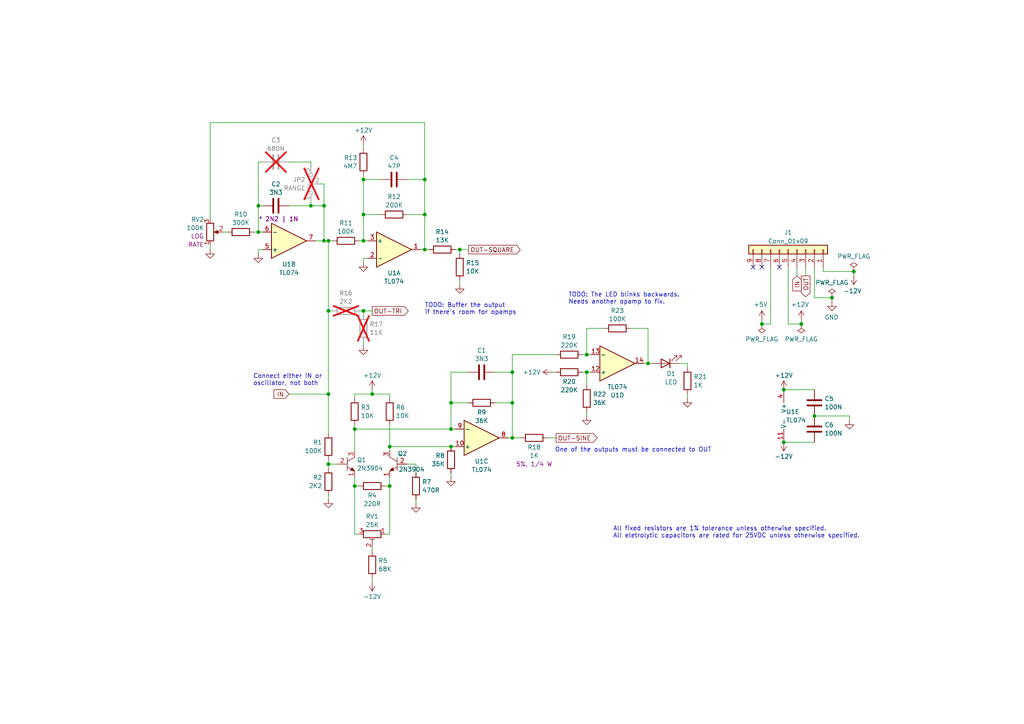
<source format=kicad_sch>
(kicad_sch (version 20231120) (generator "eeschema") (generator_version "8.0")
  (paper "A4")
  (title_block (title "Eurorack ProtoModule") (date "2021-10-06") (rev "1.0") (company "Len Popp") (comment 1 "https://lenp.net/synth/") (comment 2 "Copyright © 2024 Len Popp CC BY") (comment 3 "Circuit design for my custom Eurorack breadboard prototyping module"))
  (lib_symbols
    (symbol "-lmp-opamp:TL074" (pin_names (offset 0.127))
      (property "Reference" "U" (at 0 5.08 0))
      (property "Value" "TL074" (at 0 -5.08 0))
      (symbol "TL074_1_1"
        (pin output line (at 7.62 0 180) (length 2.54) (name "~") (number "1"))
        (pin input line (at -7.62 -2.54 0) (length 2.54) (name "-") (number "2"))
        (pin input line (at -7.62 2.54 0) (length 2.54) (name "+") (number "3"))
      )
      (symbol "TL074_2_1"
        (pin input line (at -7.62 2.54 0) (length 2.54) (name "+") (number "5"))
        (pin input line (at -7.62 -2.54 0) (length 2.54) (name "-") (number "6"))
        (pin output line (at 7.62 0 180) (length 2.54) (name "~") (number "7"))
      )
      (symbol "TL074_3_1"
        (pin input line (at -7.62 2.54 0) (length 2.54) (name "+") (number "10"))
        (pin output line (at 7.62 0 180) (length 2.54) (name "~") (number "8"))
        (pin input line (at -7.62 -2.54 0) (length 2.54) (name "-") (number "9"))
      )
      (symbol "TL074_4_1"
        (pin input line (at -7.62 2.54 0) (length 2.54) (name "+") (number "12"))
        (pin input line (at -7.62 -2.54 0) (length 2.54) (name "-") (number "13"))
        (pin output line (at 7.62 0 180) (length 2.54) (name "~") (number "14"))
      )
      (symbol "TL074_5_1"
        (pin power_in line (at -2.54 -7.62 90) (length 3.81) (name "V-") (number "11"))
        (pin power_in line (at -2.54 7.62 270) (length 3.81) (name "V+") (number "4"))
      )
    )
    (symbol "-lmp-power:+12V" (power) (pin_names (offset 0))
      (property "Value" "+12V" (at 0 3.556 0))
      (symbol "+12V_1_1"
        (pin power_in line (at 0 0 90) (length 0) hide (name "+12V") (number "1"))
      )
    )
    (symbol "-lmp-power:+5V" (power) (pin_names (offset 0))
      (property "Value" "+5V" (at 0 3.556 0))
      (symbol "+5V_1_1"
        (pin power_in line (at 0 0 90) (length 0) hide (name "+5V") (number "1"))
      )
    )
    (symbol "-lmp-power:-12V" (power) (pin_names (offset 0))
      (property "Value" "-12V" (at 0 -3.556 0))
      (symbol "-12V_1_1"
        (pin power_in line (at 0 0 270) (length 0) hide (name "-12V") (number "1"))
      )
    )
    (symbol "-lmp-power:GND" (power) (pin_names (offset 0))
      (property "Value" "GND" (at 0 -3.81 0))
      (symbol "GND_1_1"
        (pin power_in line (at 0 0 270) (length 0) hide (name "GND") (number "1"))
      )
    )
    (symbol "-lmp-power:PWR_FLAG" (power) (pin_numbers hide) (pin_names (offset 0) hide)
      (property "Value" "PWR_FLAG" (at 0 3.81 0))
      (symbol "PWR_FLAG_0_0"
        (pin power_out line (at 0 0 90) (length 0) (name "pwr") (number "1"))
      )
    )
    (symbol "-lmp-synth:LED_3mm_Blue" (pin_numbers hide) (pin_names (offset 1.016) hide)
      (property "Reference" "D" (at 0 2.54 0))
      (property "Value" "LED_3mm_Blue" (at 0 -3.175 0))
      (property "Label" "[label]" (at 0 -5.08 0))
      (symbol "LED_3mm_Blue_1_1"
        (pin passive line (at -3.81 0 0) (length 2.54) (name "K") (number "1"))
        (pin passive line (at 3.81 0 180) (length 2.54) (name "A") (number "2"))
      )
    )
    (symbol "-lmp-synth:R_1K_Output" (pin_numbers hide) (pin_names (offset 0))
      (property "Reference" "R" (at -2.286 0 90))
      (property "Value" "R_1K_Output" (at 2.413 0 90))
      (property "Value2" "5%, 1/4 W" (at 4.445 0 90))
      (symbol "R_1K_Output_1_1"
        (pin passive line (at 0 3.81 270) (length 1.27) (name "~") (number "1"))
        (pin passive line (at 0 -3.81 90) (length 1.27) (name "~") (number "2"))
      )
    )
    (symbol "-lmp-synth:R_POT_Panel_PCB_Alpha" (pin_names (offset 1.016) hide)
      (property "Reference" "RV" (at -9.144 0 90))
      (property "Value" "R_POT_Panel_PCB_Alpha" (at -7.239 0 90))
      (property "Value2" "[LIN/LOG]" (at -5.207 0 90))
      (property "Label" "[label]" (at -3.175 0 90))
      (symbol "R_POT_Panel_PCB_Alpha_1_1"
        (pin passive line (at 0 3.81 270) (length 1.27) (name "1") (number "1"))
        (pin passive line (at 3.81 0 180) (length 1.27) (name "2") (number "2"))
        (pin passive line (at 0 -3.81 90) (length 1.27) (name "3") (number "3"))
      )
    )
    (symbol "-lmp-synth:R_POT_TRIM_PCB_Horiz_Bourns" (pin_names (offset 1.016) hide)
      (property "Reference" "RV" (at -6.858 0 90))
      (property "Value" "R_POT_TRIM_PCB_Horiz_Bourns" (at -4.953 0 90))
      (property "Label" "[label]" (at -2.921 0 90))
      (symbol "R_POT_TRIM_PCB_Horiz_Bourns_1_1"
        (pin passive line (at 0 3.81 270) (length 1.27) (name "1") (number "1"))
        (pin passive line (at 3.81 0 180) (length 1.27) (name "2") (number "2"))
        (pin passive line (at 0 -3.81 90) (length 1.27) (name "3") (number "3"))
      )
    )
    (symbol "-lmp:CC" (pin_numbers hide) (pin_names (offset 0.254))
      (property "Reference" "C" (at 0.635 2.54 0))
      (property "Value" "CC" (at 0.635 -2.54 0))
      (symbol "CC_1_1"
        (pin passive line (at 0 3.81 270) (length 2.794) (name "~") (number "1"))
        (pin passive line (at 0 -3.81 90) (length 2.794) (name "~") (number "2"))
      )
    )
    (symbol "-lmp:CC_100N" (pin_numbers hide) (pin_names (offset 0.254))
      (property "Reference" "C" (at 0.635 2.54 0))
      (property "Value" "CC_100N" (at 0.635 -2.54 0))
      (symbol "CC_100N_1_1"
        (pin passive line (at 0 3.81 270) (length 2.794) (name "~") (number "1"))
        (pin passive line (at 0 -3.81 90) (length 2.794) (name "~") (number "2"))
      )
    )
    (symbol "-lmp:CF" (pin_numbers hide) (pin_names (offset 0.254))
      (property "Reference" "C" (at 0.635 2.54 0))
      (property "Value" "CF" (at 0.635 -2.54 0))
      (symbol "CF_1_1"
        (pin passive line (at 0 3.81 270) (length 2.794) (name "~") (number "1"))
        (pin passive line (at 0 -3.81 90) (length 2.794) (name "~") (number "2"))
      )
    )
    (symbol "-lmp:Jumper_Pins_3_Bridged12" (pin_names (offset 0) hide)
      (property "Reference" "JP" (at -2.54 -2.54 0))
      (property "Value" "Jumper_Pins_3_Bridged12" (at 0 2.794 0))
      (symbol "Jumper_Pins_3_Bridged12_1_1"
        (pin passive line (at -5.08 0 0) (length 2.032) (name "A") (number "1"))
        (pin input line (at 0 -2.54 90) (length 1.27) (name "C") (number "2"))
        (pin passive line (at 5.08 0 180) (length 2.032) (name "B") (number "3"))
      )
    )
    (symbol "-lmp:Q_NPN_2N3904" (pin_names (offset 0) hide)
      (property "Reference" "Q" (at 4.445 1.905 0))
      (property "Value" "Q_NPN_2N3904" (at 4.445 0 0))
      (symbol "Q_NPN_2N3904_1_1"
        (pin passive line (at 2.54 -3.81 90) (length 1.778) (name "E") (number "1"))
        (pin passive line (at -2.54 0 0) (length 2.921) (name "B") (number "2"))
        (pin passive line (at 2.54 3.81 270) (length 1.778) (name "C") (number "3"))
      )
    )
    (symbol "-lmp:R_1%_0W166" (pin_numbers hide) (pin_names (offset 0))
      (property "Reference" "R" (at -2.286 0 90))
      (property "Value" "R_1%_0W166" (at 2.413 0 90))
      (symbol "R_1%_0W166_1_1"
        (pin passive line (at 0 3.81 270) (length 1.27) (name "~") (number "1"))
        (pin passive line (at 0 -3.81 90) (length 1.27) (name "~") (number "2"))
      )
    )
    (symbol "Connector_Generic:Conn_01x09" (pin_names (offset 1.016) hide)
      (property "Reference" "J" (at 0 12.7 0))
      (property "Value" "Conn_01x09" (at 0 -12.7 0))
      (symbol "Conn_01x09_1_1"
        (pin passive line (at -5.08 10.16 0) (length 3.81) (name "Pin_1") (number "1"))
        (pin passive line (at -5.08 7.62 0) (length 3.81) (name "Pin_2") (number "2"))
        (pin passive line (at -5.08 5.08 0) (length 3.81) (name "Pin_3") (number "3"))
        (pin passive line (at -5.08 2.54 0) (length 3.81) (name "Pin_4") (number "4"))
        (pin passive line (at -5.08 0 0) (length 3.81) (name "Pin_5") (number "5"))
        (pin passive line (at -5.08 -2.54 0) (length 3.81) (name "Pin_6") (number "6"))
        (pin passive line (at -5.08 -5.08 0) (length 3.81) (name "Pin_7") (number "7"))
        (pin passive line (at -5.08 -7.62 0) (length 3.81) (name "Pin_8") (number "8"))
        (pin passive line (at -5.08 -10.16 0) (length 3.81) (name "Pin_9") (number "9"))
      )
    )
    (symbol "GND_1" (power) (pin_numbers hide) (pin_names (offset 0) hide)
      (symbol "GND_1_1_1"
        (pin power_in line (at 0 0 270) (length 0) hide (name "GND") (number "1"))
      )
    )
    (symbol "GND_2" (power) (pin_numbers hide) (pin_names (offset 0) hide)
      (symbol "GND_2_1_1"
        (pin power_in line (at 0 0 270) (length 0) hide (name "GND") (number "1"))
      )
    )
    (symbol "GND_3" (power) (pin_numbers hide) (pin_names (offset 0) hide)
      (symbol "GND_3_1_1"
        (pin power_in line (at 0 0 270) (length 0) hide (name "GND") (number "1"))
      )
    )
    (symbol "GND_4" (power) (pin_numbers hide) (pin_names (offset 0) hide)
      (symbol "GND_4_1_1"
        (pin power_in line (at 0 0 270) (length 0) hide (name "GND") (number "1"))
      )
    )
    (symbol "GND_5" (power) (pin_numbers hide) (pin_names (offset 0) hide)
      (symbol "GND_5_1_1"
        (pin power_in line (at 0 0 270) (length 0) hide (name "GND") (number "1"))
      )
    )
    (symbol "GND_6" (power) (pin_numbers hide) (pin_names (offset 0) hide)
      (symbol "GND_6_1_1"
        (pin power_in line (at 0 0 270) (length 0) hide (name "GND") (number "1"))
      )
    )
  )
  (junction (at 93.98 59.69))
  (junction (at 123.19 52.07))
  (junction (at 130.81 116.84))
  (junction (at 74.93 67.31))
  (junction (at 148.59 116.84))
  (junction (at 236.22 120.65))
  (junction (at 227.33 128.27))
  (junction (at 187.96 105.41))
  (junction (at 170.18 107.95))
  (junction (at 105.41 90.17))
  (junction (at 123.19 62.23))
  (junction (at 74.93 59.69))
  (junction (at 105.41 52.07))
  (junction (at 95.25 69.85))
  (junction (at 95.25 134.62))
  (junction (at 113.03 129.54))
  (junction (at 105.41 62.23))
  (junction (at 133.35 72.39))
  (junction (at 241.3 86.36))
  (junction (at 232.41 93.98))
  (junction (at 148.59 127))
  (junction (at 107.95 114.3))
  (junction (at 170.18 102.87))
  (junction (at 227.33 113.03))
  (junction (at 130.81 129.54))
  (junction (at 113.03 140.97))
  (junction (at 102.87 124.46))
  (junction (at 247.65 78.74))
  (junction (at 102.87 140.97))
  (junction (at 95.25 90.17))
  (junction (at 220.98 93.98))
  (junction (at 123.19 72.39))
  (junction (at 93.98 69.85))
  (junction (at 95.25 114.3))
  (junction (at 105.41 69.85))
  (junction (at 148.59 107.95))
  (junction (at 130.81 124.46))
  (junction (at 90.17 59.69))
  (no_connect (at 226.06 77.47))
  (no_connect (at 220.98 77.47))
  (no_connect (at 218.44 77.47))
  (wire (pts (xy 170.18 107.95) (xy 171.45 107.95)))
  (wire (pts (xy 130.81 129.54) (xy 132.08 129.54)))
  (wire (pts (xy 93.98 53.34) (xy 92.71 53.34)))
  (wire (pts (xy 107.95 114.3) (xy 107.95 113.03)))
  (wire (pts (xy 148.59 116.84) (xy 148.59 127)))
  (wire (pts (xy 90.17 46.99) (xy 83.82 46.99)))
  (wire (pts (xy 102.87 140.97) (xy 102.87 138.43)))
  (wire (pts (xy 133.35 73.66) (xy 133.35 72.39)))
  (wire (pts (xy 113.03 129.54) (xy 113.03 130.81)))
  (wire (pts (xy 111.76 140.97) (xy 113.03 140.97)))
  (wire (pts (xy 105.41 91.44) (xy 105.41 90.17)))
  (wire (pts (xy 220.98 93.98) (xy 223.52 93.98)))
  (wire (pts (xy 199.39 115.57) (xy 199.39 114.3)))
  (wire (pts (xy 105.41 62.23) (xy 105.41 69.85)))
  (wire (pts (xy 95.25 134.62) (xy 97.79 134.62)))
  (wire (pts (xy 238.76 78.74) (xy 247.65 78.74)))
  (wire (pts (xy 105.41 74.93) (xy 106.68 74.93)))
  (wire (pts (xy 102.87 123.19) (xy 102.87 124.46)))
  (wire (pts (xy 107.95 160.02) (xy 107.95 158.75)))
  (wire (pts (xy 247.65 78.74) (xy 247.65 80.01)))
  (wire (pts (xy 118.11 62.23) (xy 123.19 62.23)))
  (wire (pts (xy 143.51 107.95) (xy 148.59 107.95)))
  (wire (pts (xy 175.26 95.25) (xy 170.18 95.25)))
  (wire (pts (xy 170.18 102.87) (xy 168.91 102.87)))
  (wire (pts (xy 113.03 123.19) (xy 113.03 129.54)))
  (wire (pts (xy 161.29 102.87) (xy 148.59 102.87)))
  (wire (pts (xy 236.22 120.65) (xy 246.38 120.65)))
  (wire (pts (xy 113.03 115.57) (xy 113.03 114.3)))
  (wire (pts (xy 123.19 62.23) (xy 123.19 52.07)))
  (wire (pts (xy 147.32 127) (xy 148.59 127)))
  (wire (pts (xy 123.19 72.39) (xy 124.46 72.39)))
  (wire (pts (xy 227.33 113.03) (xy 236.22 113.03)))
  (wire (pts (xy 74.93 72.39) (xy 76.2 72.39)))
  (wire (pts (xy 74.93 59.69) (xy 74.93 67.31)))
  (wire (pts (xy 227.33 128.27) (xy 236.22 128.27)))
  (wire (pts (xy 60.96 71.12) (xy 60.96 72.39)))
  (wire (pts (xy 130.81 124.46) (xy 132.08 124.46)))
  (wire (pts (xy 102.87 115.57) (xy 102.87 114.3)))
  (wire (pts (xy 76.2 46.99) (xy 74.93 46.99)))
  (wire (pts (xy 102.87 114.3) (xy 107.95 114.3)))
  (wire (pts (xy 220.98 92.71) (xy 220.98 93.98)))
  (wire (pts (xy 120.65 134.62) (xy 118.11 134.62)))
  (wire (pts (xy 135.89 107.95) (xy 130.81 107.95)))
  (wire (pts (xy 120.65 146.05) (xy 120.65 144.78)))
  (wire (pts (xy 74.93 67.31) (xy 76.2 67.31)))
  (wire (pts (xy 246.38 120.65) (xy 246.38 121.92)))
  (wire (pts (xy 170.18 120.65) (xy 170.18 119.38)))
  (wire (pts (xy 102.87 140.97) (xy 102.87 154.94)))
  (wire (pts (xy 60.96 35.56) (xy 60.96 63.5)))
  (wire (pts (xy 199.39 105.41) (xy 196.85 105.41)))
  (wire (pts (xy 95.25 143.51) (xy 95.25 144.78)))
  (wire (pts (xy 223.52 93.98) (xy 223.52 77.47)))
  (wire (pts (xy 228.6 93.98) (xy 232.41 93.98)))
  (wire (pts (xy 93.98 59.69) (xy 93.98 69.85)))
  (wire (pts (xy 233.68 80.01) (xy 233.68 77.47)))
  (wire (pts (xy 123.19 52.07) (xy 123.19 35.56)))
  (wire (pts (xy 111.76 154.94) (xy 113.03 154.94)))
  (wire (pts (xy 95.25 133.35) (xy 95.25 134.62)))
  (wire (pts (xy 102.87 124.46) (xy 102.87 130.81)))
  (wire (pts (xy 90.17 58.42) (xy 90.17 59.69)))
  (wire (pts (xy 121.92 72.39) (xy 123.19 72.39)))
  (wire (pts (xy 160.02 107.95) (xy 161.29 107.95)))
  (wire (pts (xy 113.03 140.97) (xy 113.03 154.94)))
  (wire (pts (xy 105.41 69.85) (xy 106.68 69.85)))
  (wire (pts (xy 74.93 46.99) (xy 74.93 59.69)))
  (wire (pts (xy 95.25 114.3) (xy 95.25 125.73)))
  (wire (pts (xy 238.76 78.74) (xy 238.76 77.47)))
  (wire (pts (xy 105.41 90.17) (xy 104.14 90.17)))
  (wire (pts (xy 123.19 52.07) (xy 118.11 52.07)))
  (wire (pts (xy 105.41 90.17) (xy 107.95 90.17)))
  (wire (pts (xy 105.41 41.91) (xy 105.41 43.18)))
  (wire (pts (xy 105.41 52.07) (xy 105.41 62.23)))
  (wire (pts (xy 241.3 86.36) (xy 236.22 86.36)))
  (wire (pts (xy 148.59 127) (xy 151.13 127)))
  (wire (pts (xy 123.19 72.39) (xy 123.19 62.23)))
  (wire (pts (xy 120.65 137.16) (xy 120.65 134.62)))
  (wire (pts (xy 135.89 116.84) (xy 130.81 116.84)))
  (wire (pts (xy 90.17 59.69) (xy 93.98 59.69)))
  (wire (pts (xy 105.41 50.8) (xy 105.41 52.07)))
  (wire (pts (xy 105.41 100.33) (xy 105.41 99.06)))
  (wire (pts (xy 231.14 77.47) (xy 231.14 80.01)))
  (wire (pts (xy 170.18 107.95) (xy 170.18 111.76)))
  (wire (pts (xy 148.59 116.84) (xy 148.59 107.95)))
  (wire (pts (xy 171.45 102.87) (xy 170.18 102.87)))
  (wire (pts (xy 113.03 114.3) (xy 107.95 114.3)))
  (wire (pts (xy 148.59 116.84) (xy 143.51 116.84)))
  (wire (pts (xy 189.23 105.41) (xy 187.96 105.41)))
  (wire (pts (xy 64.77 67.31) (xy 66.04 67.31)))
  (wire (pts (xy 60.96 35.56) (xy 123.19 35.56)))
  (wire (pts (xy 113.03 140.97) (xy 113.03 138.43)))
  (wire (pts (xy 74.93 73.66) (xy 74.93 72.39)))
  (wire (pts (xy 102.87 140.97) (xy 104.14 140.97)))
  (wire (pts (xy 187.96 95.25) (xy 182.88 95.25)))
  (wire (pts (xy 113.03 129.54) (xy 130.81 129.54)))
  (wire (pts (xy 73.66 67.31) (xy 74.93 67.31)))
  (wire (pts (xy 90.17 59.69) (xy 83.82 59.69)))
  (wire (pts (xy 95.25 134.62) (xy 95.25 135.89)))
  (wire (pts (xy 232.41 92.71) (xy 232.41 93.98)))
  (wire (pts (xy 130.81 137.16) (xy 130.81 138.43)))
  (wire (pts (xy 187.96 105.41) (xy 187.96 95.25)))
  (wire (pts (xy 130.81 124.46) (xy 130.81 116.84)))
  (wire (pts (xy 91.44 69.85) (xy 93.98 69.85)))
  (wire (pts (xy 83.82 114.3) (xy 95.25 114.3)))
  (wire (pts (xy 93.98 69.85) (xy 95.25 69.85)))
  (wire (pts (xy 199.39 106.68) (xy 199.39 105.41)))
  (wire (pts (xy 110.49 52.07) (xy 105.41 52.07)))
  (wire (pts (xy 148.59 102.87) (xy 148.59 107.95)))
  (wire (pts (xy 186.69 105.41) (xy 187.96 105.41)))
  (wire (pts (xy 95.25 90.17) (xy 95.25 114.3)))
  (wire (pts (xy 168.91 107.95) (xy 170.18 107.95)))
  (wire (pts (xy 105.41 76.2) (xy 105.41 74.93)))
  (wire (pts (xy 104.14 69.85) (xy 105.41 69.85)))
  (wire (pts (xy 74.93 59.69) (xy 76.2 59.69)))
  (wire (pts (xy 158.75 127) (xy 161.29 127)))
  (wire (pts (xy 102.87 124.46) (xy 130.81 124.46)))
  (wire (pts (xy 105.41 62.23) (xy 110.49 62.23)))
  (wire (pts (xy 133.35 72.39) (xy 135.89 72.39)))
  (wire (pts (xy 95.25 69.85) (xy 95.25 90.17)))
  (wire (pts (xy 95.25 69.85) (xy 96.52 69.85)))
  (wire (pts (xy 130.81 107.95) (xy 130.81 116.84)))
  (wire (pts (xy 133.35 82.55) (xy 133.35 81.28)))
  (wire (pts (xy 241.3 87.63) (xy 241.3 86.36)))
  (wire (pts (xy 90.17 46.99) (xy 90.17 48.26)))
  (wire (pts (xy 228.6 77.47) (xy 228.6 93.98)))
  (wire (pts (xy 104.14 154.94) (xy 102.87 154.94)))
  (wire (pts (xy 170.18 95.25) (xy 170.18 102.87)))
  (wire (pts (xy 95.25 90.17) (xy 96.52 90.17)))
  (wire (pts (xy 107.95 168.91) (xy 107.95 167.64)))
  (wire (pts (xy 133.35 72.39) (xy 132.08 72.39)))
  (wire (pts (xy 236.22 77.47) (xy 236.22 86.36)))
  (wire (pts (xy 93.98 53.34) (xy 93.98 59.69)))
  (text "Connect either IN or\noscillator, not both" (at 73.406 110.236 0) (effects (font (size 1.27 1.27)) (justify left)))
  (text "One of the outputs must be connected to OUT" (at 183.642 130.556 0) (effects (font (size 1.27 1.27))))
  (text "TODO: The LED blinks backwards.\nNeeds another opamp to fix." (at 164.846 86.614 0) (effects (font (size 1.27 1.27)) (justify left)))
  (text "TODO: Buffer the output\nif there's room for opamps" (at 123.19 89.662 0) (effects (font (size 1.27 1.27)) (justify left)))
  (text "All fixed resistors are 1% tolerance unless otherwise specified.\nAll eletrolytic capacitors are rated for 25VDC unless otherwise specified." (at 177.8 156.21 0) (effects (font (size 1.27 1.27)) (justify left bottom)))
  (global_label "IN" (shape input) (at 231.14 80.01 270) (property "Intersheetrefs" "${INTERSHEET_REFS}" (effects (hide yes))))
  (global_label "OUT-TRI" (shape output) (at 107.95 90.17 0) (property "Intersheetrefs" "${INTERSHEET_REFS}" (effects (hide yes))))
  (global_label "OUT-SQUARE" (shape output) (at 135.89 72.39 0) (property "Intersheetrefs" "${INTERSHEET_REFS}" (effects (hide yes))))
  (global_label "IN" (shape input) (at 83.82 114.3 180) (property "Intersheetrefs" "${INTERSHEET_REFS}" (effects (hide yes))))
  (global_label "OUT-SINE" (shape output) (at 161.29 127 0) (property "Intersheetrefs" "${INTERSHEET_REFS}" (effects (hide yes))))
  (global_label "OUT" (shape output) (at 233.68 80.01 270) (property "Intersheetrefs" "${INTERSHEET_REFS}" (effects (hide yes))))
  (symbol (lib_id "-lmp-power:GND") (at 241.3 87.63 0) (mirror y) (unit 1)
    (property "Reference" "#PWR04" (effects (hide yes)))
    (property "Value" "GND" (at 241.173 92.0242 0))
  )
  (symbol (lib_id "-lmp-power:+12V") (at 232.41 92.71 0) (mirror y) (unit 1)
    (property "Reference" "#PWR03" (effects (hide yes)))
    (property "Value" "+12V" (at 232.029 88.3158 0))
  )
  (symbol (lib_id "-lmp-power:-12V") (at 247.65 80.01 0) (mirror y) (unit 1)
    (property "Reference" "#PWR05" (effects (hide yes)))
    (property "Value" "-12V" (at 247.269 84.4042 0))
  )
  (symbol (lib_id "-lmp-power:PWR_FLAG") (at 247.65 78.74 0) (mirror y) (unit 1)
    (property "Reference" "#FLG04" (effects (hide yes)))
    (property "Value" "PWR_FLAG" (at 247.65 74.3458 0))
  )
  (symbol (lib_id "-lmp-power:PWR_FLAG") (at 232.41 93.98 0) (mirror x) (unit 1)
    (property "Reference" "#FLG05" (effects (hide yes)))
    (property "Value" "PWR_FLAG" (at 232.41 98.3742 0))
  )
  (symbol (lib_id "Connector_Generic:Conn_01x09") (at 228.6 72.39 270) (mirror x) (unit 1) (in_bom no)
    (property "Reference" "J1" (at 228.6 67.4202 90))
    (property "Value" "Conn_01x09" (at 228.6 69.9571 90))
    (property "Footprint" "Connector_PinHeader_2.54mm:PinHeader_1x09_P2.54mm_Vertical" (effects (hide yes)))
  )
  (symbol (lib_id "-lmp-power:+5V") (at 220.98 92.71 0) (mirror y) (unit 1)
    (property "Reference" "#PWR01" (effects (hide yes)))
    (property "Value" "+5V" (at 220.599 88.3158 0))
  )
  (symbol (lib_id "-lmp-power:PWR_FLAG") (at 220.98 93.98 0) (mirror x) (unit 1)
    (property "Reference" "#FLG02" (effects (hide yes)))
    (property "Value" "PWR_FLAG" (at 220.98 98.3742 0))
  )
  (symbol (lib_id "-lmp-power:PWR_FLAG") (at 241.3 86.36 0) (mirror y) (unit 1)
    (property "Reference" "#FLG01" (effects (hide yes)))
    (property "Value" "PWR_FLAG" (at 241.3 81.9658 0))
  )
  (symbol (lib_id "-lmp:R_1%_0W166") (at 100.33 90.17 90) (unit 1) (on_board no) (dnp yes)
    (property "Reference" "R16" (at 100.33 85.0095 90))
    (property "Value" "2K2" (at 100.33 87.4338 90))
    (property "Footprint" "-lmp-misc:R_Axial_DIN0207_L6.3mm_D2.5mm_P7.62mm_Horizontal" (effects (hide yes)))
    (property "Datasheet" "https://www.mouser.ca/datasheet/2/447/YAGEO_MFR_datasheet_2023v3-3324391.pdf" (effects (hide yes)))
    (property "Description" "Resistor" (effects (hide yes)))
    (property "Manufacturer" "YAGEO" (effects (hide yes)))
    (property "ManufacturerPartNum" "MFR-12*" (effects (hide yes)))
    (property "Distributor" "Mouser" (effects (hide yes)))
    (property "DistributorPartNum" "603-MFR-12*" (effects (hide yes)))
    (property "DistributorPartLink" "https://www.mouser.ca/c/?m=YAGEO&power+rating=166+mW+(1%2f6+W)&tolerance=1+%25&instock=y" (effects (hide yes)))
    (property "Value2" "1%, 1/6 W" (effects (hide yes)))
  )
  (symbol (lib_id "-lmp:R_1%_0W166") (at 120.65 140.97 0) (unit 1)
    (property "Reference" "R7" (at 122.428 139.7579 0) (effects (justify left)))
    (property "Value" "470R" (at 122.428 142.1821 0) (effects (justify left)))
    (property "Footprint" "-lmp-stripboard:SB_Gen_1" (effects (hide yes)))
    (property "Datasheet" "https://www.mouser.ca/datasheet/2/447/YAGEO_MFR_datasheet_2023v3-3324391.pdf" (effects (hide yes)))
    (property "Manufacturer" "YAGEO" (effects (hide yes)))
    (property "ManufacturerPartNum" "MFR-12*" (effects (hide yes)))
    (property "Distributor" "Mouser" (effects (hide yes)))
    (property "DistributorPartNum" "603-MFR-12*" (effects (hide yes)))
    (property "DistributorPartLink" "https://www.mouser.ca/c/?m=YAGEO&power+rating=166+mW+(1%2f6+W)&tolerance=1+%25&instock=y" (effects (hide yes)))
    (property "Value2" "1%, 1/6 W" (effects (hide yes)))
  )
  (symbol (lib_name "GND_3") (lib_id "-lmp-power:GND") (at 60.96 72.39 0) (unit 1)
    (property "Reference" "#PWR013" (effects (hide yes)))
    (property "Value" "GND" (effects (hide yes)))
    (property "Description" "Power symbol creates a global label with name \"GND\" , ground" (effects (hide yes)))
  )
  (symbol (lib_id "-lmp:Q_NPN_2N3904") (at 100.33 134.62 0) (unit 1)
    (property "Reference" "Q1" (at 103.505 133.4079 0) (effects (justify left)))
    (property "Value" "2N3904" (at 103.505 135.8321 0) (effects (justify left)))
    (property "Footprint" "-lmp-misc:TO-92_Inline_Wide" (effects (hide yes)))
    (property "Datasheet" "https://www.onsemi.com/pub/Collateral/2N3903-D.PDF" (effects (hide yes)))
    (property "Manufacturer" "Central Semiconductor" (effects (hide yes)))
    (property "ManufacturerPartNum" "2N3904 PBFREE" (effects (hide yes)))
    (property "Distributor" "Mouser" (effects (hide yes)))
    (property "DistributorPartNum" "610-2N3904" (effects (hide yes)))
    (property "DistributorPartLink" "https://www.mouser.ca/ProductDetail/Central-Semiconductor/2N3904-PBFREE?qs=u16ybLDytRZopNVvg2vJjA%3D%3D" (effects (hide yes)))
  )
  (symbol (lib_id "-lmp-opamp:TL074") (at 139.7 127 0) (mirror x) (unit 3)
    (property "Reference" "U1" (at 139.7 133.8001 0))
    (property "Value" "TL074" (at 139.7 136.2244 0))
    (property "Footprint" "Package_DIP:DIP-14_W7.62mm" (effects (hide yes)))
    (property "Datasheet" "http://www.ti.com/lit/ds/symlink/tl071.pdf" (effects (hide yes)))
    (property "Description" "Quad Low-Noise JFET-Input Operational Amplifiers, DIP-14/SOIC-14" (effects (hide yes)))
    (property "Manufacturer" "Texas Instruments" (effects (hide yes)))
    (property "ManufacturerPartNum" "TL074BCN" (effects (hide yes)))
    (property "Distributor" "Mouser" (effects (hide yes)))
    (property "DistributorPartNum" "595-TL074BCN" (effects (hide yes)))
    (property "DistributorPartLink" "https://www.mouser.ca/ProductDetail/?qs=vxEfx8VrU7BHurOY5iQdiA%3D%3D" (effects (hide yes)))
  )
  (symbol (lib_id "-lmp:CF") (at 80.01 46.99 90) (unit 1) (on_board no) (dnp yes)
    (property "Reference" "C3" (at 80.01 40.6865 90))
    (property "Value" "680N" (at 80.01 43.1108 90))
    (property "Footprint" "-lmp-misc:C_Rect_Kemet_L7.2mm_W2.5mm_P5mm" (effects (hide yes)))
    (property "Description" "Capacitor - Film" (effects (hide yes)))
  )
  (symbol (lib_name "GND_1") (lib_id "-lmp-power:GND") (at 95.25 144.78 0) (unit 1)
    (property "Reference" "#PWR02" (effects (hide yes)))
    (property "Value" "GND" (effects (hide yes)))
  )
  (symbol (lib_id "-lmp-synth:LED_3mm_Blue") (at 193.04 105.41 180) (unit 1)
    (property "Reference" "D1" (at 194.6275 108.4001 0))
    (property "Value" "LED" (at 194.6275 110.8244 0))
    (property "Footprint" "LED_THT:LED_D3.0mm_Clear" (effects (hide yes)))
    (property "Datasheet" "https://www.mouser.ca/datasheet/2/239/Lite-On_LTL17KTBS3KS-032A-ver.02-1175323.pdf" (effects (hide yes)))
    (property "Description" "Blue Light Emitting Diode" (effects (hide yes)))
    (property "Manufacturer" "Kingbright" (effects (hide yes)))
    (property "ManufacturerPartNum" "WP710A10QBD/D" (effects (hide yes)))
    (property "Distributor" "Mouser" (effects (hide yes)))
    (property "DistributorPartNum" "604-WP710A10QBD/D" (effects (hide yes)))
    (property "DistributorPartLink" "https://www.mouser.ca/ProductDetail/Kingbright/WP710A10QBD-D?qs=%2Fha2pyFaduhxM0Yc4LNdCV5tSkUIQ4jFdDFR7390XhPTkxv9WTdJ0Q%3D%3D" (effects (hide yes)))
  )
  (symbol (lib_id "-lmp:R_1%_0W166") (at 107.95 140.97 90) (unit 1)
    (property "Reference" "R4" (at 107.95 143.7061 90))
    (property "Value" "220R" (at 107.95 146.1303 90))
    (property "Footprint" "-lmp-misc:R_Axial_DIN0207_L6.3mm_D2.5mm_P7.62mm_Horizontal" (effects (hide yes)))
    (property "Datasheet" "https://www.mouser.ca/datasheet/2/447/YAGEO_MFR_datasheet_2023v3-3324391.pdf" (effects (hide yes)))
    (property "Manufacturer" "YAGEO" (effects (hide yes)))
    (property "ManufacturerPartNum" "MFR-12*" (effects (hide yes)))
    (property "Distributor" "Mouser" (effects (hide yes)))
    (property "DistributorPartNum" "603-MFR-12*" (effects (hide yes)))
    (property "DistributorPartLink" "https://www.mouser.ca/c/?m=YAGEO&power+rating=166+mW+(1%2f6+W)&tolerance=1+%25&instock=y" (effects (hide yes)))
    (property "Value2" "1%, 1/6 W" (effects (hide yes)))
  )
  (symbol (lib_id "-lmp:R_1%_0W166") (at 105.41 95.25 0) (unit 1) (on_board no) (dnp yes)
    (property "Reference" "R17" (at 107.188 94.0378 0) (effects (justify left)))
    (property "Value" "11K" (at 107.188 96.4621 0) (effects (justify left)))
    (property "Footprint" "-lmp-misc:R_Axial_DIN0207_L6.3mm_D2.5mm_P7.62mm_Horizontal" (effects (hide yes)))
    (property "Datasheet" "https://www.mouser.ca/datasheet/2/447/YAGEO_MFR_datasheet_2023v3-3324391.pdf" (effects (hide yes)))
    (property "Description" "Resistor" (effects (hide yes)))
    (property "Manufacturer" "YAGEO" (effects (hide yes)))
    (property "ManufacturerPartNum" "MFR-12*" (effects (hide yes)))
    (property "Distributor" "Mouser" (effects (hide yes)))
    (property "DistributorPartNum" "603-MFR-12*" (effects (hide yes)))
    (property "DistributorPartLink" "https://www.mouser.ca/c/?m=YAGEO&power+rating=166+mW+(1%2f6+W)&tolerance=1+%25&instock=y" (effects (hide yes)))
    (property "Value2" "1%, 1/6 W" (effects (hide yes)))
  )
  (symbol (lib_id "-lmp-opamp:TL074") (at 179.07 105.41 0) (mirror x) (unit 4)
    (property "Reference" "U1" (at 179.07 114.6345 0))
    (property "Value" "TL074" (at 179.07 112.2102 0))
    (property "Footprint" "Package_DIP:DIP-14_W7.62mm" (effects (hide yes)))
    (property "Datasheet" "http://www.ti.com/lit/ds/symlink/tl071.pdf" (effects (hide yes)))
    (property "Description" "Quad Low-Noise JFET-Input Operational Amplifiers, DIP-14/SOIC-14" (effects (hide yes)))
    (property "Manufacturer" "Texas Instruments" (effects (hide yes)))
    (property "ManufacturerPartNum" "TL074BCN" (effects (hide yes)))
    (property "Distributor" "Mouser" (effects (hide yes)))
    (property "DistributorPartNum" "595-TL074BCN" (effects (hide yes)))
    (property "DistributorPartLink" "https://www.mouser.ca/ProductDetail/?qs=vxEfx8VrU7BHurOY5iQdiA%3D%3D" (effects (hide yes)))
  )
  (symbol (lib_id "-lmp:R_1%_0W166") (at 114.3 62.23 90) (unit 1)
    (property "Reference" "R12" (at 114.3 57.0695 90))
    (property "Value" "200K" (at 114.3 59.4938 90))
    (property "Footprint" "-lmp-misc:R_Axial_DIN0207_L6.3mm_D2.5mm_P7.62mm_Horizontal" (effects (hide yes)))
    (property "Datasheet" "https://www.mouser.ca/datasheet/2/447/YAGEO_MFR_datasheet_2023v3-3324391.pdf" (effects (hide yes)))
    (property "Description" "Resistor" (effects (hide yes)))
    (property "Manufacturer" "YAGEO" (effects (hide yes)))
    (property "ManufacturerPartNum" "MFR-12*" (effects (hide yes)))
    (property "Distributor" "Mouser" (effects (hide yes)))
    (property "DistributorPartNum" "603-MFR-12*" (effects (hide yes)))
    (property "DistributorPartLink" "https://www.mouser.ca/c/?m=YAGEO&power+rating=166+mW+(1%2f6+W)&tolerance=1+%25&instock=y" (effects (hide yes)))
    (property "Value2" "1%, 1/6 W" (effects (hide yes)))
  )
  (symbol (lib_id "-lmp:R_1%_0W166") (at 100.33 69.85 90) (unit 1)
    (property "Reference" "R11" (at 100.33 64.6895 90))
    (property "Value" "100K" (at 100.33 67.1138 90))
    (property "Footprint" "-lmp-stripboard:SB_Gen_4" (effects (hide yes)))
    (property "Datasheet" "https://www.mouser.ca/datasheet/2/447/YAGEO_MFR_datasheet_2023v3-3324391.pdf" (effects (hide yes)))
    (property "Description" "Resistor" (effects (hide yes)))
    (property "Manufacturer" "YAGEO" (effects (hide yes)))
    (property "ManufacturerPartNum" "MFR-12*" (effects (hide yes)))
    (property "Distributor" "Mouser" (effects (hide yes)))
    (property "DistributorPartNum" "603-MFR-12*" (effects (hide yes)))
    (property "DistributorPartLink" "https://www.mouser.ca/c/?m=YAGEO&power+rating=166+mW+(1%2f6+W)&tolerance=1+%25&instock=y" (effects (hide yes)))
    (property "Value2" "1%, 1/6 W" (effects (hide yes)))
  )
  (symbol (lib_id "-lmp:R_1%_0W166") (at 165.1 102.87 270) (unit 1)
    (property "Reference" "R19" (at 165.1 97.7095 90))
    (property "Value" "220K" (at 165.1 100.1338 90))
    (property "Footprint" "-lmp-stripboard:SB_Gen_5" (effects (hide yes)))
    (property "Datasheet" "https://www.mouser.ca/datasheet/2/447/YAGEO_MFR_datasheet_2023v3-3324391.pdf" (effects (hide yes)))
    (property "Manufacturer" "YAGEO" (effects (hide yes)))
    (property "ManufacturerPartNum" "MFR-12*" (effects (hide yes)))
    (property "Distributor" "Mouser" (effects (hide yes)))
    (property "DistributorPartNum" "603-MFR-12*" (effects (hide yes)))
    (property "DistributorPartLink" "https://www.mouser.ca/c/?m=YAGEO&power+rating=166+mW+(1%2f6+W)&tolerance=1+%25&instock=y" (effects (hide yes)))
    (property "Value2" "1%, 1/6 W" (effects (hide yes)))
  )
  (symbol (lib_name "GND_3") (lib_id "-lmp-power:GND") (at 105.41 76.2 0) (unit 1)
    (property "Reference" "#PWR014" (effects (hide yes)))
    (property "Value" "GND" (effects (hide yes)))
    (property "Description" "Power symbol creates a global label with name \"GND\" , ground" (effects (hide yes)))
  )
  (symbol (lib_name "GND_6") (lib_id "-lmp-power:GND") (at 246.38 121.92 0) (unit 1)
    (property "Reference" "#PWR020" (effects (hide yes)))
    (property "Value" "GND" (effects (hide yes)))
    (property "Description" "Power symbol creates a global label with name \"GND\" , ground" (effects (hide yes)))
  )
  (symbol (lib_id "-lmp:CF") (at 139.7 107.95 90) (unit 1)
    (property "Reference" "C1" (at 139.7 101.6465 90))
    (property "Value" "3N3" (at 139.7 104.0708 90))
    (property "Footprint" "-lmp-misc:C_Rect_Kemet_L7.2mm_W2.5mm_P5mm" (effects (hide yes)))
  )
  (symbol (lib_id "-lmp:R_1%_0W166") (at 133.35 77.47 0) (unit 1)
    (property "Reference" "R15" (at 135.128 76.2578 0) (effects (justify left)))
    (property "Value" "10K" (at 135.128 78.6821 0) (effects (justify left)))
    (property "Footprint" "-lmp-misc:R_Axial_DIN0207_L6.3mm_D2.5mm_P7.62mm_Horizontal" (effects (hide yes)))
    (property "Datasheet" "https://www.mouser.ca/datasheet/2/447/YAGEO_MFR_datasheet_2023v3-3324391.pdf" (effects (hide yes)))
    (property "Description" "Resistor" (effects (hide yes)))
    (property "Manufacturer" "YAGEO" (effects (hide yes)))
    (property "ManufacturerPartNum" "MFR-12*" (effects (hide yes)))
    (property "Distributor" "Mouser" (effects (hide yes)))
    (property "DistributorPartNum" "603-MFR-12*" (effects (hide yes)))
    (property "DistributorPartLink" "https://www.mouser.ca/c/?m=YAGEO&power+rating=166+mW+(1%2f6+W)&tolerance=1+%25&instock=y" (effects (hide yes)))
    (property "Value2" "1%, 1/6 W" (effects (hide yes)))
  )
  (symbol (lib_id "-lmp:CF") (at 80.01 59.69 90) (unit 1)
    (property "Reference" "C2" (at 80.01 53.3865 90))
    (property "Value" "3N3" (at 80.01 55.8108 90))
    (property "Footprint" "-lmp-misc:C_Rect_Kemet_L7.2mm_W2.5mm_P5mm" (effects (hide yes)))
    (property "Description" "Capacitor - Film" (effects (hide yes)))
    (property "Note" "* 2N2 | 1N" (at 80.772 63.5 90))
  )
  (symbol (lib_id "-lmp:R_1%_0W166") (at 102.87 119.38 0) (unit 1)
    (property "Reference" "R3" (at 104.648 118.1679 0) (effects (justify left)))
    (property "Value" "10K" (at 104.648 120.5921 0) (effects (justify left)))
    (property "Footprint" "-lmp-stripboard:SB_Gen_2" (effects (hide yes)))
    (property "Datasheet" "https://www.mouser.ca/datasheet/2/447/YAGEO_MFR_datasheet_2023v3-3324391.pdf" (effects (hide yes)))
    (property "Manufacturer" "YAGEO" (effects (hide yes)))
    (property "ManufacturerPartNum" "MFR-12*" (effects (hide yes)))
    (property "Distributor" "Mouser" (effects (hide yes)))
    (property "DistributorPartNum" "603-MFR-12*" (effects (hide yes)))
    (property "DistributorPartLink" "https://www.mouser.ca/c/?m=YAGEO&power+rating=166+mW+(1%2f6+W)&tolerance=1+%25&instock=y" (effects (hide yes)))
    (property "Value2" "1%, 1/6 W" (effects (hide yes)))
  )
  (symbol (lib_id "-lmp:R_1%_0W166") (at 170.18 115.57 180) (unit 1)
    (property "Reference" "R22" (at 171.958 114.3578 0) (effects (justify right)))
    (property "Value" "36K" (at 171.958 116.7821 0) (effects (justify right)))
    (property "Footprint" "-lmp-stripboard:SB_Gen_1" (effects (hide yes)))
    (property "Datasheet" "https://www.mouser.ca/datasheet/2/447/YAGEO_MFR_datasheet_2023v3-3324391.pdf" (effects (hide yes)))
    (property "Description" "Resistor" (effects (hide yes)))
    (property "Manufacturer" "YAGEO" (effects (hide yes)))
    (property "ManufacturerPartNum" "MFR-12*" (effects (hide yes)))
    (property "Distributor" "Mouser" (effects (hide yes)))
    (property "DistributorPartNum" "603-MFR-12*" (effects (hide yes)))
    (property "DistributorPartLink" "https://www.mouser.ca/c/?m=YAGEO&power+rating=166+mW+(1%2f6+W)&tolerance=1+%25&instock=y" (effects (hide yes)))
    (property "Value2" "1%, 1/6 W" (effects (hide yes)))
  )
  (symbol (lib_id "-lmp-opamp:TL074") (at 229.87 120.65 0) (unit 5)
    (property "Reference" "U1" (at 227.965 119.4378 0) (effects (justify left)))
    (property "Value" "TL074" (at 227.965 121.8621 0) (effects (justify left)))
    (property "Footprint" "Package_DIP:DIP-14_W7.62mm" (effects (hide yes)))
    (property "Datasheet" "http://www.ti.com/lit/ds/symlink/tl071.pdf" (effects (hide yes)))
    (property "Description" "Quad Low-Noise JFET-Input Operational Amplifiers, DIP-14/SOIC-14" (effects (hide yes)))
    (property "Manufacturer" "Texas Instruments" (effects (hide yes)))
    (property "ManufacturerPartNum" "TL074BCN" (effects (hide yes)))
    (property "Distributor" "Mouser" (effects (hide yes)))
    (property "DistributorPartNum" "595-TL074BCN" (effects (hide yes)))
    (property "DistributorPartLink" "https://www.mouser.ca/ProductDetail/?qs=vxEfx8VrU7BHurOY5iQdiA%3D%3D" (effects (hide yes)))
  )
  (symbol (lib_id "-lmp:CC_100N") (at 236.22 124.46 0) (unit 1)
    (property "Reference" "C6" (at 239.141 123.2478 0) (effects (justify left)))
    (property "Value" "100N" (at 239.141 125.6721 0) (effects (justify left)))
    (property "Footprint" "-lmp-misc:C_Disc_D5.0mm_W2.5mm_P2.50mm" (effects (hide yes)))
    (property "Datasheet" "https://product.tdk.com/system/files/dam/doc/product/capacitor/ceramic/lead-mlcc/catalog/leadmlcc_halogenfree_fg_en.pdf" (effects (hide yes)))
    (property "Description" "Capacitor - Ceramic - IC decoupling" (effects (hide yes)))
    (property "Note" "IC decoupling" (effects (hide yes)))
    (property "Manufacturer" "TDK" (effects (hide yes)))
    (property "ManufacturerPartNum" "FG18X7R1H104KNT06" (effects (hide yes)))
    (property "Distributor" "Mouser" (effects (hide yes)))
    (property "DistributorPartNum" "810-FG18X7R1H104KNT6" (effects (hide yes)))
    (property "DistributorPartLink" "https://www.mouser.ca/ProductDetail/810-FG18X7R1H104KNT6" (effects (hide yes)))
  )
  (symbol (lib_id "-lmp:R_1%_0W166") (at 165.1 107.95 270) (unit 1)
    (property "Reference" "R20" (at 165.1 110.6861 90))
    (property "Value" "220K" (at 165.1 113.1104 90))
    (property "Footprint" "-lmp-stripboard:SB_Gen_4" (effects (hide yes)))
    (property "Datasheet" "https://www.mouser.ca/datasheet/2/447/YAGEO_MFR_datasheet_2023v3-3324391.pdf" (effects (hide yes)))
    (property "Description" "Resistor" (effects (hide yes)))
    (property "Manufacturer" "YAGEO" (effects (hide yes)))
    (property "ManufacturerPartNum" "MFR-12*" (effects (hide yes)))
    (property "Distributor" "Mouser" (effects (hide yes)))
    (property "DistributorPartNum" "603-MFR-12*" (effects (hide yes)))
    (property "DistributorPartLink" "https://www.mouser.ca/c/?m=YAGEO&power+rating=166+mW+(1%2f6+W)&tolerance=1+%25&instock=y" (effects (hide yes)))
    (property "Value2" "1%, 1/6 W" (effects (hide yes)))
  )
  (symbol (lib_id "-lmp:R_1%_0W166") (at 179.07 95.25 270) (unit 1)
    (property "Reference" "R23" (at 179.07 90.0895 90))
    (property "Value" "100K" (at 179.07 92.5138 90))
    (property "Footprint" "-lmp-stripboard:SB_Gen_1" (effects (hide yes)))
    (property "Datasheet" "https://www.mouser.ca/datasheet/2/447/YAGEO_MFR_datasheet_2023v3-3324391.pdf" (effects (hide yes)))
    (property "Manufacturer" "YAGEO" (effects (hide yes)))
    (property "ManufacturerPartNum" "MFR-12*" (effects (hide yes)))
    (property "Distributor" "Mouser" (effects (hide yes)))
    (property "DistributorPartNum" "603-MFR-12*" (effects (hide yes)))
    (property "DistributorPartLink" "https://www.mouser.ca/c/?m=YAGEO&power+rating=166+mW+(1%2f6+W)&tolerance=1+%25&instock=y" (effects (hide yes)))
    (property "Value2" "1%, 1/6 W" (effects (hide yes)))
  )
  (symbol (lib_id "-lmp:R_1%_0W166") (at 95.25 139.7 0) (unit 1)
    (property "Reference" "R2" (at 93.472 138.4878 0) (effects (justify right)))
    (property "Value" "2K2" (at 93.472 140.9121 0) (effects (justify right)))
    (property "Footprint" "-lmp-stripboard:SB_Gen_1" (effects (hide yes)))
    (property "Datasheet" "https://www.mouser.ca/datasheet/2/447/YAGEO_MFR_datasheet_2023v3-3324391.pdf" (effects (hide yes)))
    (property "Manufacturer" "YAGEO" (effects (hide yes)))
    (property "ManufacturerPartNum" "MFR-12*" (effects (hide yes)))
    (property "Distributor" "Mouser" (effects (hide yes)))
    (property "DistributorPartNum" "603-MFR-12*" (effects (hide yes)))
    (property "DistributorPartLink" "https://www.mouser.ca/c/?m=YAGEO&power+rating=166+mW+(1%2f6+W)&tolerance=1+%25&instock=y" (effects (hide yes)))
    (property "Value2" "1%, 1/6 W" (effects (hide yes)))
  )
  (symbol (lib_id "-lmp:R_1%_0W166") (at 107.95 163.83 0) (unit 1)
    (property "Reference" "R5" (at 109.728 162.6179 0) (effects (justify left)))
    (property "Value" "68K" (at 109.728 165.0421 0) (effects (justify left)))
    (property "Footprint" "-lmp-stripboard:SB_Gen_9" (effects (hide yes)))
    (property "Datasheet" "https://www.mouser.ca/datasheet/2/447/YAGEO_MFR_datasheet_2023v3-3324391.pdf" (effects (hide yes)))
    (property "Manufacturer" "YAGEO" (effects (hide yes)))
    (property "ManufacturerPartNum" "MFR-12*" (effects (hide yes)))
    (property "Distributor" "Mouser" (effects (hide yes)))
    (property "DistributorPartNum" "603-MFR-12*" (effects (hide yes)))
    (property "DistributorPartLink" "https://www.mouser.ca/c/?m=YAGEO&power+rating=166+mW+(1%2f6+W)&tolerance=1+%25&instock=y" (effects (hide yes)))
    (property "Value2" "1%, 1/6 W" (effects (hide yes)))
  )
  (symbol (lib_name "GND_4") (lib_id "-lmp-power:GND") (at 130.81 138.43 0) (unit 1)
    (property "Reference" "#PWR09" (effects (hide yes)))
    (property "Value" "GND" (effects (hide yes)))
  )
  (symbol (lib_name "GND_5") (lib_id "-lmp-power:GND") (at 199.39 115.57 0) (unit 1)
    (property "Reference" "#PWR021" (effects (hide yes)))
    (property "Value" "GND" (effects (hide yes)))
    (property "Description" "Power symbol creates a global label with name \"GND\" , ground" (effects (hide yes)))
  )
  (symbol (lib_id "-lmp:R_1%_0W166") (at 128.27 72.39 90) (unit 1)
    (property "Reference" "R14" (at 128.27 67.2295 90))
    (property "Value" "13K" (at 128.27 69.6538 90))
    (property "Footprint" "-lmp-misc:R_Axial_DIN0207_L6.3mm_D2.5mm_P7.62mm_Horizontal" (effects (hide yes)))
    (property "Datasheet" "https://www.mouser.ca/datasheet/2/447/YAGEO_MFR_datasheet_2023v3-3324391.pdf" (effects (hide yes)))
    (property "Description" "Resistor" (effects (hide yes)))
    (property "Manufacturer" "YAGEO" (effects (hide yes)))
    (property "ManufacturerPartNum" "MFR-12*" (effects (hide yes)))
    (property "Distributor" "Mouser" (effects (hide yes)))
    (property "DistributorPartNum" "603-MFR-12*" (effects (hide yes)))
    (property "DistributorPartLink" "https://www.mouser.ca/c/?m=YAGEO&power+rating=166+mW+(1%2f6+W)&tolerance=1+%25&instock=y" (effects (hide yes)))
    (property "Value2" "1%, 1/6 W" (effects (hide yes)))
  )
  (symbol (lib_id "-lmp-opamp:TL074") (at 114.3 72.39 0) (unit 1)
    (property "Reference" "U1" (at 114.3 79.1901 0))
    (property "Value" "TL074" (at 114.3 81.6144 0))
    (property "Footprint" "Package_DIP:DIP-14_W7.62mm" (effects (hide yes)))
    (property "Datasheet" "http://www.ti.com/lit/ds/symlink/tl071.pdf" (effects (hide yes)))
    (property "Description" "Quad Low-Noise JFET-Input Operational Amplifiers, DIP-14/SOIC-14" (effects (hide yes)))
    (property "Manufacturer" "Texas Instruments" (effects (hide yes)))
    (property "ManufacturerPartNum" "TL074BCN" (effects (hide yes)))
    (property "Distributor" "Mouser" (effects (hide yes)))
    (property "DistributorPartNum" "595-TL074BCN" (effects (hide yes)))
    (property "DistributorPartLink" "https://www.mouser.ca/ProductDetail/?qs=vxEfx8VrU7BHurOY5iQdiA%3D%3D" (effects (hide yes)))
  )
  (symbol (lib_name "GND_3") (lib_id "-lmp-power:GND") (at 105.41 100.33 0) (unit 1)
    (property "Reference" "#PWR017" (effects (hide yes)))
    (property "Value" "GND" (effects (hide yes)))
    (property "Description" "Power symbol creates a global label with name \"GND\" , ground" (effects (hide yes)))
  )
  (symbol (lib_id "-lmp:R_1%_0W166") (at 113.03 119.38 0) (unit 1)
    (property "Reference" "R6" (at 114.808 118.1679 0) (effects (justify left)))
    (property "Value" "10K" (at 114.808 120.5921 0) (effects (justify left)))
    (property "Footprint" "-lmp-stripboard:SB_Gen_1" (effects (hide yes)))
    (property "Datasheet" "https://www.mouser.ca/datasheet/2/447/YAGEO_MFR_datasheet_2023v3-3324391.pdf" (effects (hide yes)))
    (property "Manufacturer" "YAGEO" (effects (hide yes)))
    (property "ManufacturerPartNum" "MFR-12*" (effects (hide yes)))
    (property "Distributor" "Mouser" (effects (hide yes)))
    (property "DistributorPartNum" "603-MFR-12*" (effects (hide yes)))
    (property "DistributorPartLink" "https://www.mouser.ca/c/?m=YAGEO&power+rating=166+mW+(1%2f6+W)&tolerance=1+%25&instock=y" (effects (hide yes)))
    (property "Value2" "1%, 1/6 W" (effects (hide yes)))
  )
  (symbol (lib_id "-lmp-power:+12V") (at 105.41 41.91 0) (unit 1)
    (property "Reference" "#PWR015" (effects (hide yes)))
    (property "Value" "+12V" (at 105.41 37.7769 0))
  )
  (symbol (lib_id "-lmp-opamp:TL074") (at 83.82 69.85 0) (mirror x) (unit 2)
    (property "Reference" "U1" (at 83.82 76.6501 0))
    (property "Value" "TL074" (at 83.82 79.0744 0))
    (property "Footprint" "Package_DIP:DIP-14_W7.62mm" (effects (hide yes)))
    (property "Datasheet" "http://www.ti.com/lit/ds/symlink/tl071.pdf" (effects (hide yes)))
    (property "Description" "Quad Low-Noise JFET-Input Operational Amplifiers, DIP-14/SOIC-14" (effects (hide yes)))
    (property "Manufacturer" "Texas Instruments" (effects (hide yes)))
    (property "ManufacturerPartNum" "TL074BCN" (effects (hide yes)))
    (property "Distributor" "Mouser" (effects (hide yes)))
    (property "DistributorPartNum" "595-TL074BCN" (effects (hide yes)))
    (property "DistributorPartLink" "https://www.mouser.ca/ProductDetail/?qs=vxEfx8VrU7BHurOY5iQdiA%3D%3D" (effects (hide yes)))
  )
  (symbol (lib_id "-lmp-synth:R_1K_Output") (at 154.94 127 90) (unit 1)
    (property "Reference" "R18" (at 154.94 129.7361 90))
    (property "Value" "1K" (at 154.94 132.1604 90))
    (property "Footprint" "-lmp-stripboard:SB_Gen_9" (effects (hide yes)))
    (property "Datasheet" "https://www.mouser.ca/datasheet/2/427/ccf07-1762725.pdf" (effects (hide yes)))
    (property "Description" "Resistor" (effects (hide yes)))
    (property "Value2" "5%, 1/4 W" (at 154.94 134.5847 90))
    (property "Note" "Output limiting" (effects (hide yes)))
    (property "Manufacturer" "Vishay / Dale" (effects (hide yes)))
    (property "ManufacturerPartNum" "CCF071K00JKE36" (effects (hide yes)))
    (property "Distributor" "Mouser" (effects (hide yes)))
    (property "DistributorPartNum" "71-CCF071K00JKE36" (effects (hide yes)))
    (property "DistributorPartLink" "https://www.mouser.ca/ProductDetail/Vishay-Dale/CCF071K00JKE36?qs=sGAEpiMZZMsPqMdJzcrNwqw41JD0NFylHV1MADcQnpo%3D" (effects (hide yes)))
  )
  (symbol (lib_id "-lmp:Q_NPN_2N3904") (at 115.57 134.62 0) (mirror y) (unit 1)
    (property "Reference" "Q2" (at 118.11 131.572 0) (effects (justify left)))
    (property "Value" "2N3904" (at 123.19 136.144 0) (effects (justify left)))
    (property "Footprint" "-lmp-misc:TO-92_Inline_Wide" (effects (hide yes)))
    (property "Datasheet" "https://www.onsemi.com/pub/Collateral/2N3903-D.PDF" (effects (hide yes)))
    (property "Manufacturer" "Central Semiconductor" (effects (hide yes)))
    (property "ManufacturerPartNum" "2N3904 PBFREE" (effects (hide yes)))
    (property "Distributor" "Mouser" (effects (hide yes)))
    (property "DistributorPartNum" "610-2N3904" (effects (hide yes)))
    (property "DistributorPartLink" "https://www.mouser.ca/ProductDetail/Central-Semiconductor/2N3904-PBFREE?qs=u16ybLDytRZopNVvg2vJjA%3D%3D" (effects (hide yes)))
  )
  (symbol (lib_id "-lmp:R_1%_0W166") (at 130.81 133.35 0) (unit 1)
    (property "Reference" "R8" (at 129.032 132.1379 0) (effects (justify right)))
    (property "Value" "36K" (at 129.032 134.5621 0) (effects (justify right)))
    (property "Footprint" "-lmp-stripboard:SB_Gen_1" (effects (hide yes)))
    (property "Datasheet" "https://www.mouser.ca/datasheet/2/447/YAGEO_MFR_datasheet_2023v3-3324391.pdf" (effects (hide yes)))
    (property "Manufacturer" "YAGEO" (effects (hide yes)))
    (property "ManufacturerPartNum" "MFR-12*" (effects (hide yes)))
    (property "Distributor" "Mouser" (effects (hide yes)))
    (property "DistributorPartNum" "603-MFR-12*" (effects (hide yes)))
    (property "DistributorPartLink" "https://www.mouser.ca/c/?m=YAGEO&power+rating=166+mW+(1%2f6+W)&tolerance=1+%25&instock=y" (effects (hide yes)))
    (property "Value2" "1%, 1/6 W" (effects (hide yes)))
  )
  (symbol (lib_id "-lmp:CC_100N") (at 236.22 116.84 0) (unit 1)
    (property "Reference" "C5" (at 239.141 115.6278 0) (effects (justify left)))
    (property "Value" "100N" (at 239.141 118.0521 0) (effects (justify left)))
    (property "Footprint" "-lmp-misc:C_Disc_D5.0mm_W2.5mm_P2.50mm" (effects (hide yes)))
    (property "Datasheet" "https://product.tdk.com/system/files/dam/doc/product/capacitor/ceramic/lead-mlcc/catalog/leadmlcc_halogenfree_fg_en.pdf" (effects (hide yes)))
    (property "Description" "Capacitor - Ceramic - IC decoupling" (effects (hide yes)))
    (property "Note" "IC decoupling" (effects (hide yes)))
    (property "Manufacturer" "TDK" (effects (hide yes)))
    (property "ManufacturerPartNum" "FG18X7R1H104KNT06" (effects (hide yes)))
    (property "Distributor" "Mouser" (effects (hide yes)))
    (property "DistributorPartNum" "810-FG18X7R1H104KNT6" (effects (hide yes)))
    (property "DistributorPartLink" "https://www.mouser.ca/ProductDetail/810-FG18X7R1H104KNT6" (effects (hide yes)))
  )
  (symbol (lib_name "GND_2") (lib_id "-lmp-power:GND") (at 120.65 146.05 0) (unit 1)
    (property "Reference" "#PWR08" (effects (hide yes)))
    (property "Value" "GND" (effects (hide yes)))
  )
  (symbol (lib_name "GND_3") (lib_id "-lmp-power:GND") (at 74.93 73.66 0) (unit 1)
    (property "Reference" "#PWR012" (effects (hide yes)))
    (property "Value" "GND" (effects (hide yes)))
    (property "Description" "Power symbol creates a global label with name \"GND\" , ground" (effects (hide yes)))
  )
  (symbol (lib_id "-lmp-synth:R_POT_Panel_PCB_Alpha") (at 60.96 67.31 0) (mirror x) (unit 1)
    (property "Reference" "RV2" (at 59.1821 63.6735 0) (effects (justify right)))
    (property "Value" "100K" (at 59.1821 66.0978 0) (effects (justify right)))
    (property "Footprint" "-lmp-misc:Potentiometer_Bourns_3310R_Top" (effects (hide yes)))
    (property "Datasheet" "https://www.mouser.ca/datasheet/2/13/alpha_taiwan_08192019_RD901F-40-15R1-B(resistance_-1627810.pdf" (effects (hide yes)))
    (property "Description" "Potentiometer" (effects (hide yes)))
    (property "Value2" "LOG" (at 59.1821 68.5221 0) (effects (justify right)))
    (property "Label" "RATE" (at 59.1821 70.9464 0) (effects (justify right)))
    (property "Manufacturer" "Alpha" (effects (hide yes)))
    (property "ManufacturerPartNum" "RD901F-*" (effects (hide yes)))
    (property "Distributor" "Thonk" (effects (hide yes)))
    (property "DistributorPartNum" "Group_Pot_Alpha_6.35mm" (effects (hide yes)))
    (property "DistributorPartLink" "https://www.thonk.co.uk/shop/alpha-9mm-pots/" (effects (hide yes)))
    (property "Distributor2" "Mouser" (effects (hide yes)))
    (property "DistributorPartNum2" "311-1940F-*" (effects (hide yes)))
    (property "DistributorPartLink2" "https://www.mouser.ca/c/passive-components/potentiometers-trimmers-rheostats/potentiometers/?q=RD901F&orientation=Vertical" (effects (hide yes)))
    (property "Distributor3" "SynthCube" (effects (hide yes)))
    (property "DistributorPartNum3" "9MMALPHAPOTMSTR" (effects (hide yes)))
    (property "DistributorPartLink3" "https://synthcube.com/cart/alpha-9mm-potentiometer-right-angle-pcb-mount-6-35mm-round-shaft" (effects (hide yes)))
  )
  (symbol (lib_name "GND_3") (lib_id "-lmp-power:GND") (at 133.35 82.55 0) (unit 1)
    (property "Reference" "#PWR016" (effects (hide yes)))
    (property "Value" "GND" (effects (hide yes)))
    (property "Description" "Power symbol creates a global label with name \"GND\" , ground" (effects (hide yes)))
  )
  (symbol (lib_id "-lmp:R_1%_0W166") (at 95.25 129.54 180) (unit 1)
    (property "Reference" "R1" (at 93.4721 128.3278 0) (effects (justify left)))
    (property "Value" "100K" (at 93.4721 130.7521 0) (effects (justify left)))
    (property "Footprint" "-lmp-stripboard:SB_Gen_4" (effects (hide yes)))
    (property "Datasheet" "https://www.mouser.ca/datasheet/2/447/YAGEO_MFR_datasheet_2023v3-3324391.pdf" (effects (hide yes)))
    (property "Manufacturer" "YAGEO" (effects (hide yes)))
    (property "ManufacturerPartNum" "MFR-12*" (effects (hide yes)))
    (property "Distributor" "Mouser" (effects (hide yes)))
    (property "DistributorPartNum" "603-MFR-12*" (effects (hide yes)))
    (property "DistributorPartLink" "https://www.mouser.ca/c/?m=YAGEO&power+rating=166+mW+(1%2f6+W)&tolerance=1+%25&instock=y" (effects (hide yes)))
    (property "Value2" "1%, 1/6 W" (effects (hide yes)))
  )
  (symbol (lib_id "-lmp:Jumper_Pins_3_Bridged12") (at 90.17 53.34 90) (unit 1) (on_board no) (dnp yes)
    (property "Reference" "JP2" (at 88.6063 52.1278 90) (effects (justify left)))
    (property "Value" "RANGE" (at 88.6063 54.5521 90) (effects (justify left)))
    (property "Footprint" "-lmp-misc:PinHeader_1x03_P2.54mm_Vertical" (effects (hide yes)))
    (property "Description" "Jumper pins, 3-pole, pins 1+2 closed/bridged" (effects (hide yes)))
    (property "Distributor" "Adafruit" (effects (hide yes)))
    (property "DistributorPartLink" "https://www.adafruit.com/product/392" (effects (hide yes)))
    (property "DistributorPartNum" "392" (effects (hide yes)))
    (property "Distributor2" "Mouser" (effects (hide yes)))
    (property "DistributorPartLink2" "https://www.mouser.ca/ProductDetail/649-1012937893601BLF" (effects (hide yes)))
    (property "DistributorPartNum2" "649-1012937893601BLF" (effects (hide yes)))
  )
  (symbol (lib_id "-lmp-power:+12V") (at 160.02 107.95 90) (unit 1)
    (property "Reference" "#PWR018" (effects (hide yes)))
    (property "Value" "+12V" (at 156.845 107.95 90) (effects (justify left)))
    (property "Description" "Power symbol creates a global label with name \"+12V\"" (effects (hide yes)))
  )
  (symbol (lib_id "-lmp:R_1%_0W166") (at 69.85 67.31 90) (unit 1)
    (property "Reference" "R10" (at 69.85 62.1495 90))
    (property "Value" "300K" (at 69.85 64.5738 90))
    (property "Footprint" "-lmp-misc:R_Axial_DIN0207_L6.3mm_D2.5mm_P7.62mm_Horizontal" (effects (hide yes)))
    (property "Datasheet" "https://www.mouser.ca/datasheet/2/447/YAGEO_MFR_datasheet_2023v3-3324391.pdf" (effects (hide yes)))
    (property "Description" "Resistor" (effects (hide yes)))
    (property "Manufacturer" "YAGEO" (effects (hide yes)))
    (property "ManufacturerPartNum" "MFR-12*" (effects (hide yes)))
    (property "Distributor" "Mouser" (effects (hide yes)))
    (property "DistributorPartNum" "603-MFR-12*" (effects (hide yes)))
    (property "DistributorPartLink" "https://www.mouser.ca/c/?m=YAGEO&power+rating=166+mW+(1%2f6+W)&tolerance=1+%25&instock=y" (effects (hide yes)))
    (property "Value2" "1%, 1/6 W" (effects (hide yes)))
  )
  (symbol (lib_name "GND_5") (lib_id "-lmp-power:GND") (at 170.18 120.65 0) (unit 1)
    (property "Reference" "#PWR019" (effects (hide yes)))
    (property "Value" "GND" (effects (hide yes)))
    (property "Description" "Power symbol creates a global label with name \"GND\" , ground" (effects (hide yes)))
  )
  (symbol (lib_id "-lmp-power:+12V") (at 107.95 113.03 0) (unit 1)
    (property "Reference" "#PWR06" (effects (hide yes)))
    (property "Value" "+12V" (at 107.95 108.8969 0))
  )
  (symbol (lib_id "-lmp-power:+12V") (at 227.33 113.03 0) (unit 1)
    (property "Reference" "#PWR010" (effects (hide yes)))
    (property "Value" "+12V" (at 227.33 108.8969 0))
    (property "Description" "Power symbol creates a global label with name \"+12V\"" (effects (hide yes)))
  )
  (symbol (lib_id "-lmp-power:-12V") (at 227.33 128.27 0) (unit 1)
    (property "Reference" "#PWR011" (effects (hide yes)))
    (property "Value" "-12V" (at 227.33 132.4031 0))
    (property "Description" "Power symbol creates a global label with name \"-12V\"" (effects (hide yes)))
  )
  (symbol (lib_id "-lmp:R_1%_0W166") (at 105.41 46.99 0) (unit 1)
    (property "Reference" "R13" (at 103.632 45.7778 0) (effects (justify right)))
    (property "Value" "4M7" (at 103.632 48.2021 0) (effects (justify right)))
    (property "Footprint" "-lmp-misc:R_Axial_DIN0207_L6.3mm_D2.5mm_P7.62mm_Horizontal" (effects (hide yes)))
    (property "Datasheet" "https://www.mouser.ca/datasheet/2/447/YAGEO_MFR_datasheet_2023v3-3324391.pdf" (effects (hide yes)))
    (property "Description" "Resistor" (effects (hide yes)))
    (property "Manufacturer" "YAGEO" (effects (hide yes)))
    (property "ManufacturerPartNum" "MFR-12*" (effects (hide yes)))
    (property "Distributor" "Mouser" (effects (hide yes)))
    (property "DistributorPartNum" "603-MFR-12*" (effects (hide yes)))
    (property "DistributorPartLink" "https://www.mouser.ca/c/?m=YAGEO&power+rating=166+mW+(1%2f6+W)&tolerance=1+%25&instock=y" (effects (hide yes)))
    (property "Value2" "1%, 1/6 W" (effects (hide yes)))
  )
  (symbol (lib_id "-lmp-synth:R_POT_TRIM_PCB_Horiz_Bourns") (at 107.95 154.94 270) (unit 1)
    (property "Reference" "RV1" (at 107.95 149.7797 90))
    (property "Value" "25K" (at 107.95 152.2039 90))
    (property "Footprint" "-lmp-synth:Potentiometer_Bourns_3296W_Vertical" (effects (hide yes)))
    (property "Datasheet" "https://www.mouser.ca/datasheet/2/54/3296-776415.pdf" (effects (hide yes)))
    (property "Manufacturer" "Bourns" (effects (hide yes)))
    (property "ManufacturerPartNum" "3296X-*" (effects (hide yes)))
    (property "Distributor" "Mouser" (effects (hide yes)))
    (property "DistributorPartNum" "652-3296Z-*" (effects (hide yes)))
    (property "DistributorPartLink" "https://www.mouser.ca/c/passive-components/potentiometers-trimmers-rheostats/trimmer-resistors-through-hole/?adjustment=Side+Slot&m=Bourns&series=3296" (effects (hide yes)))
  )
  (symbol (lib_id "-lmp:CC") (at 114.3 52.07 90) (unit 1)
    (property "Reference" "C4" (at 114.3 45.7665 90))
    (property "Value" "47P" (at 114.3 48.1908 90))
    (property "Footprint" "-lmp-misc:C_Disc_D5.0mm_W2.5mm_P2.50mm" (effects (hide yes)))
    (property "Description" "Capacitor - Ceramic" (effects (hide yes)))
  )
  (symbol (lib_id "-lmp:R_1%_0W166") (at 199.39 110.49 180) (unit 1)
    (property "Reference" "R21" (at 201.168 109.2778 0) (effects (justify right)))
    (property "Value" "1K" (at 201.168 111.7021 0) (effects (justify right)))
    (property "Footprint" "-lmp-stripboard:SB_Gen_1" (effects (hide yes)))
    (property "Datasheet" "https://www.mouser.ca/datasheet/2/447/YAGEO_MFR_datasheet_2023v3-3324391.pdf" (effects (hide yes)))
    (property "Description" "Resistor" (effects (hide yes)))
    (property "Manufacturer" "YAGEO" (effects (hide yes)))
    (property "ManufacturerPartNum" "MFR-12*" (effects (hide yes)))
    (property "Distributor" "Mouser" (effects (hide yes)))
    (property "DistributorPartNum" "603-MFR-12*" (effects (hide yes)))
    (property "DistributorPartLink" "https://www.mouser.ca/c/?m=YAGEO&power+rating=166+mW+(1%2f6+W)&tolerance=1+%25&instock=y" (effects (hide yes)))
    (property "Value2" "1%, 1/6 W" (effects (hide yes)))
  )
  (symbol (lib_id "-lmp-power:-12V") (at 107.95 168.91 0) (unit 1)
    (property "Reference" "#PWR07" (effects (hide yes)))
    (property "Value" "-12V" (at 107.95 173.0431 0))
  )
  (symbol (lib_id "-lmp:R_1%_0W166") (at 139.7 116.84 90) (unit 1)
    (property "Reference" "R9" (at 139.7 119.5761 90))
    (property "Value" "36K" (at 139.7 122.0003 90))
    (property "Footprint" "-lmp-stripboard:SB_Gen_2" (effects (hide yes)))
    (property "Datasheet" "https://www.mouser.ca/datasheet/2/447/YAGEO_MFR_datasheet_2023v3-3324391.pdf" (effects (hide yes)))
    (property "Manufacturer" "YAGEO" (effects (hide yes)))
    (property "ManufacturerPartNum" "MFR-12*" (effects (hide yes)))
    (property "Distributor" "Mouser" (effects (hide yes)))
    (property "DistributorPartNum" "603-MFR-12*" (effects (hide yes)))
    (property "DistributorPartLink" "https://www.mouser.ca/c/?m=YAGEO&power+rating=166+mW+(1%2f6+W)&tolerance=1+%25&instock=y" (effects (hide yes)))
    (property "Value2" "1%, 1/6 W" (effects (hide yes)))
  )
)
</source>
